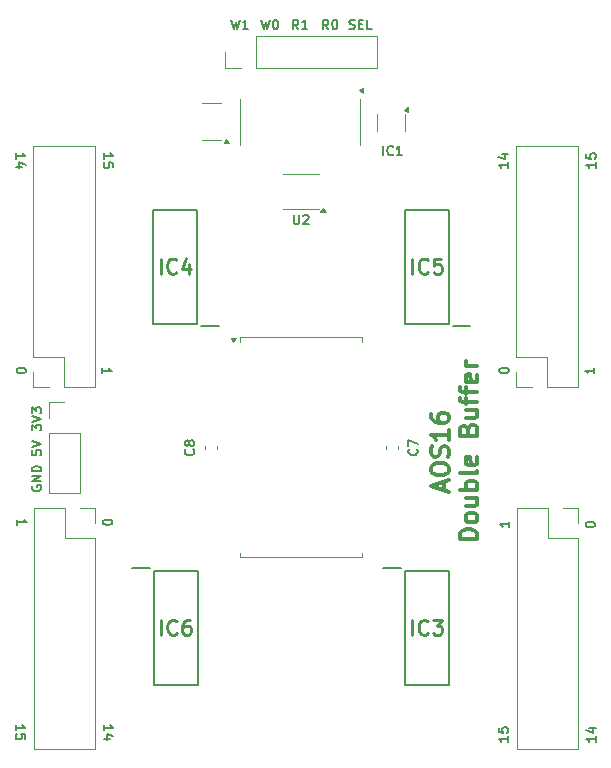
<source format=gto>
%TF.GenerationSoftware,KiCad,Pcbnew,8.0.7*%
%TF.CreationDate,2025-02-08T20:50:40+05:30*%
%TF.ProjectId,AOS16 Double Buffer,414f5331-3620-4446-9f75-626c65204275,rev?*%
%TF.SameCoordinates,Original*%
%TF.FileFunction,Legend,Top*%
%TF.FilePolarity,Positive*%
%FSLAX46Y46*%
G04 Gerber Fmt 4.6, Leading zero omitted, Abs format (unit mm)*
G04 Created by KiCad (PCBNEW 8.0.7) date 2025-02-08 20:50:40*
%MOMM*%
%LPD*%
G01*
G04 APERTURE LIST*
%ADD10C,0.300000*%
%ADD11C,0.200000*%
%ADD12C,0.254000*%
%ADD13C,0.120000*%
G04 APERTURE END LIST*
D10*
X69157341Y-62535713D02*
X69157341Y-61821428D01*
X69585912Y-62678570D02*
X68085912Y-62178570D01*
X68085912Y-62178570D02*
X69585912Y-61678570D01*
X68085912Y-60892856D02*
X68085912Y-60607142D01*
X68085912Y-60607142D02*
X68157341Y-60464285D01*
X68157341Y-60464285D02*
X68300198Y-60321428D01*
X68300198Y-60321428D02*
X68585912Y-60249999D01*
X68585912Y-60249999D02*
X69085912Y-60249999D01*
X69085912Y-60249999D02*
X69371626Y-60321428D01*
X69371626Y-60321428D02*
X69514484Y-60464285D01*
X69514484Y-60464285D02*
X69585912Y-60607142D01*
X69585912Y-60607142D02*
X69585912Y-60892856D01*
X69585912Y-60892856D02*
X69514484Y-61035714D01*
X69514484Y-61035714D02*
X69371626Y-61178571D01*
X69371626Y-61178571D02*
X69085912Y-61249999D01*
X69085912Y-61249999D02*
X68585912Y-61249999D01*
X68585912Y-61249999D02*
X68300198Y-61178571D01*
X68300198Y-61178571D02*
X68157341Y-61035714D01*
X68157341Y-61035714D02*
X68085912Y-60892856D01*
X69514484Y-59678570D02*
X69585912Y-59464285D01*
X69585912Y-59464285D02*
X69585912Y-59107142D01*
X69585912Y-59107142D02*
X69514484Y-58964285D01*
X69514484Y-58964285D02*
X69443055Y-58892856D01*
X69443055Y-58892856D02*
X69300198Y-58821427D01*
X69300198Y-58821427D02*
X69157341Y-58821427D01*
X69157341Y-58821427D02*
X69014484Y-58892856D01*
X69014484Y-58892856D02*
X68943055Y-58964285D01*
X68943055Y-58964285D02*
X68871626Y-59107142D01*
X68871626Y-59107142D02*
X68800198Y-59392856D01*
X68800198Y-59392856D02*
X68728769Y-59535713D01*
X68728769Y-59535713D02*
X68657341Y-59607142D01*
X68657341Y-59607142D02*
X68514484Y-59678570D01*
X68514484Y-59678570D02*
X68371626Y-59678570D01*
X68371626Y-59678570D02*
X68228769Y-59607142D01*
X68228769Y-59607142D02*
X68157341Y-59535713D01*
X68157341Y-59535713D02*
X68085912Y-59392856D01*
X68085912Y-59392856D02*
X68085912Y-59035713D01*
X68085912Y-59035713D02*
X68157341Y-58821427D01*
X69585912Y-57392856D02*
X69585912Y-58249999D01*
X69585912Y-57821428D02*
X68085912Y-57821428D01*
X68085912Y-57821428D02*
X68300198Y-57964285D01*
X68300198Y-57964285D02*
X68443055Y-58107142D01*
X68443055Y-58107142D02*
X68514484Y-58249999D01*
X68085912Y-56107143D02*
X68085912Y-56392857D01*
X68085912Y-56392857D02*
X68157341Y-56535714D01*
X68157341Y-56535714D02*
X68228769Y-56607143D01*
X68228769Y-56607143D02*
X68443055Y-56750000D01*
X68443055Y-56750000D02*
X68728769Y-56821428D01*
X68728769Y-56821428D02*
X69300198Y-56821428D01*
X69300198Y-56821428D02*
X69443055Y-56750000D01*
X69443055Y-56750000D02*
X69514484Y-56678571D01*
X69514484Y-56678571D02*
X69585912Y-56535714D01*
X69585912Y-56535714D02*
X69585912Y-56250000D01*
X69585912Y-56250000D02*
X69514484Y-56107143D01*
X69514484Y-56107143D02*
X69443055Y-56035714D01*
X69443055Y-56035714D02*
X69300198Y-55964285D01*
X69300198Y-55964285D02*
X68943055Y-55964285D01*
X68943055Y-55964285D02*
X68800198Y-56035714D01*
X68800198Y-56035714D02*
X68728769Y-56107143D01*
X68728769Y-56107143D02*
X68657341Y-56250000D01*
X68657341Y-56250000D02*
X68657341Y-56535714D01*
X68657341Y-56535714D02*
X68728769Y-56678571D01*
X68728769Y-56678571D02*
X68800198Y-56750000D01*
X68800198Y-56750000D02*
X68943055Y-56821428D01*
X72000828Y-66678571D02*
X70500828Y-66678571D01*
X70500828Y-66678571D02*
X70500828Y-66321428D01*
X70500828Y-66321428D02*
X70572257Y-66107142D01*
X70572257Y-66107142D02*
X70715114Y-65964285D01*
X70715114Y-65964285D02*
X70857971Y-65892856D01*
X70857971Y-65892856D02*
X71143685Y-65821428D01*
X71143685Y-65821428D02*
X71357971Y-65821428D01*
X71357971Y-65821428D02*
X71643685Y-65892856D01*
X71643685Y-65892856D02*
X71786542Y-65964285D01*
X71786542Y-65964285D02*
X71929400Y-66107142D01*
X71929400Y-66107142D02*
X72000828Y-66321428D01*
X72000828Y-66321428D02*
X72000828Y-66678571D01*
X72000828Y-64964285D02*
X71929400Y-65107142D01*
X71929400Y-65107142D02*
X71857971Y-65178571D01*
X71857971Y-65178571D02*
X71715114Y-65249999D01*
X71715114Y-65249999D02*
X71286542Y-65249999D01*
X71286542Y-65249999D02*
X71143685Y-65178571D01*
X71143685Y-65178571D02*
X71072257Y-65107142D01*
X71072257Y-65107142D02*
X71000828Y-64964285D01*
X71000828Y-64964285D02*
X71000828Y-64749999D01*
X71000828Y-64749999D02*
X71072257Y-64607142D01*
X71072257Y-64607142D02*
X71143685Y-64535714D01*
X71143685Y-64535714D02*
X71286542Y-64464285D01*
X71286542Y-64464285D02*
X71715114Y-64464285D01*
X71715114Y-64464285D02*
X71857971Y-64535714D01*
X71857971Y-64535714D02*
X71929400Y-64607142D01*
X71929400Y-64607142D02*
X72000828Y-64749999D01*
X72000828Y-64749999D02*
X72000828Y-64964285D01*
X71000828Y-63178571D02*
X72000828Y-63178571D01*
X71000828Y-63821428D02*
X71786542Y-63821428D01*
X71786542Y-63821428D02*
X71929400Y-63749999D01*
X71929400Y-63749999D02*
X72000828Y-63607142D01*
X72000828Y-63607142D02*
X72000828Y-63392856D01*
X72000828Y-63392856D02*
X71929400Y-63249999D01*
X71929400Y-63249999D02*
X71857971Y-63178571D01*
X72000828Y-62464285D02*
X70500828Y-62464285D01*
X71072257Y-62464285D02*
X71000828Y-62321428D01*
X71000828Y-62321428D02*
X71000828Y-62035713D01*
X71000828Y-62035713D02*
X71072257Y-61892856D01*
X71072257Y-61892856D02*
X71143685Y-61821428D01*
X71143685Y-61821428D02*
X71286542Y-61749999D01*
X71286542Y-61749999D02*
X71715114Y-61749999D01*
X71715114Y-61749999D02*
X71857971Y-61821428D01*
X71857971Y-61821428D02*
X71929400Y-61892856D01*
X71929400Y-61892856D02*
X72000828Y-62035713D01*
X72000828Y-62035713D02*
X72000828Y-62321428D01*
X72000828Y-62321428D02*
X71929400Y-62464285D01*
X72000828Y-60892856D02*
X71929400Y-61035713D01*
X71929400Y-61035713D02*
X71786542Y-61107142D01*
X71786542Y-61107142D02*
X70500828Y-61107142D01*
X71929400Y-59749999D02*
X72000828Y-59892856D01*
X72000828Y-59892856D02*
X72000828Y-60178571D01*
X72000828Y-60178571D02*
X71929400Y-60321428D01*
X71929400Y-60321428D02*
X71786542Y-60392856D01*
X71786542Y-60392856D02*
X71215114Y-60392856D01*
X71215114Y-60392856D02*
X71072257Y-60321428D01*
X71072257Y-60321428D02*
X71000828Y-60178571D01*
X71000828Y-60178571D02*
X71000828Y-59892856D01*
X71000828Y-59892856D02*
X71072257Y-59749999D01*
X71072257Y-59749999D02*
X71215114Y-59678571D01*
X71215114Y-59678571D02*
X71357971Y-59678571D01*
X71357971Y-59678571D02*
X71500828Y-60392856D01*
X71215114Y-57392857D02*
X71286542Y-57178571D01*
X71286542Y-57178571D02*
X71357971Y-57107142D01*
X71357971Y-57107142D02*
X71500828Y-57035714D01*
X71500828Y-57035714D02*
X71715114Y-57035714D01*
X71715114Y-57035714D02*
X71857971Y-57107142D01*
X71857971Y-57107142D02*
X71929400Y-57178571D01*
X71929400Y-57178571D02*
X72000828Y-57321428D01*
X72000828Y-57321428D02*
X72000828Y-57892857D01*
X72000828Y-57892857D02*
X70500828Y-57892857D01*
X70500828Y-57892857D02*
X70500828Y-57392857D01*
X70500828Y-57392857D02*
X70572257Y-57250000D01*
X70572257Y-57250000D02*
X70643685Y-57178571D01*
X70643685Y-57178571D02*
X70786542Y-57107142D01*
X70786542Y-57107142D02*
X70929400Y-57107142D01*
X70929400Y-57107142D02*
X71072257Y-57178571D01*
X71072257Y-57178571D02*
X71143685Y-57250000D01*
X71143685Y-57250000D02*
X71215114Y-57392857D01*
X71215114Y-57392857D02*
X71215114Y-57892857D01*
X71000828Y-55750000D02*
X72000828Y-55750000D01*
X71000828Y-56392857D02*
X71786542Y-56392857D01*
X71786542Y-56392857D02*
X71929400Y-56321428D01*
X71929400Y-56321428D02*
X72000828Y-56178571D01*
X72000828Y-56178571D02*
X72000828Y-55964285D01*
X72000828Y-55964285D02*
X71929400Y-55821428D01*
X71929400Y-55821428D02*
X71857971Y-55750000D01*
X71000828Y-55249999D02*
X71000828Y-54678571D01*
X72000828Y-55035714D02*
X70715114Y-55035714D01*
X70715114Y-55035714D02*
X70572257Y-54964285D01*
X70572257Y-54964285D02*
X70500828Y-54821428D01*
X70500828Y-54821428D02*
X70500828Y-54678571D01*
X71000828Y-54392856D02*
X71000828Y-53821428D01*
X72000828Y-54178571D02*
X70715114Y-54178571D01*
X70715114Y-54178571D02*
X70572257Y-54107142D01*
X70572257Y-54107142D02*
X70500828Y-53964285D01*
X70500828Y-53964285D02*
X70500828Y-53821428D01*
X71929400Y-52749999D02*
X72000828Y-52892856D01*
X72000828Y-52892856D02*
X72000828Y-53178571D01*
X72000828Y-53178571D02*
X71929400Y-53321428D01*
X71929400Y-53321428D02*
X71786542Y-53392856D01*
X71786542Y-53392856D02*
X71215114Y-53392856D01*
X71215114Y-53392856D02*
X71072257Y-53321428D01*
X71072257Y-53321428D02*
X71000828Y-53178571D01*
X71000828Y-53178571D02*
X71000828Y-52892856D01*
X71000828Y-52892856D02*
X71072257Y-52749999D01*
X71072257Y-52749999D02*
X71215114Y-52678571D01*
X71215114Y-52678571D02*
X71357971Y-52678571D01*
X71357971Y-52678571D02*
X71500828Y-53392856D01*
X72000828Y-52035714D02*
X71000828Y-52035714D01*
X71286542Y-52035714D02*
X71143685Y-51964285D01*
X71143685Y-51964285D02*
X71072257Y-51892857D01*
X71072257Y-51892857D02*
X71000828Y-51749999D01*
X71000828Y-51749999D02*
X71000828Y-51607142D01*
D11*
X61153243Y-23443600D02*
X61267529Y-23481695D01*
X61267529Y-23481695D02*
X61458005Y-23481695D01*
X61458005Y-23481695D02*
X61534196Y-23443600D01*
X61534196Y-23443600D02*
X61572291Y-23405504D01*
X61572291Y-23405504D02*
X61610386Y-23329314D01*
X61610386Y-23329314D02*
X61610386Y-23253123D01*
X61610386Y-23253123D02*
X61572291Y-23176933D01*
X61572291Y-23176933D02*
X61534196Y-23138838D01*
X61534196Y-23138838D02*
X61458005Y-23100742D01*
X61458005Y-23100742D02*
X61305624Y-23062647D01*
X61305624Y-23062647D02*
X61229434Y-23024552D01*
X61229434Y-23024552D02*
X61191339Y-22986457D01*
X61191339Y-22986457D02*
X61153243Y-22910266D01*
X61153243Y-22910266D02*
X61153243Y-22834076D01*
X61153243Y-22834076D02*
X61191339Y-22757885D01*
X61191339Y-22757885D02*
X61229434Y-22719790D01*
X61229434Y-22719790D02*
X61305624Y-22681695D01*
X61305624Y-22681695D02*
X61496101Y-22681695D01*
X61496101Y-22681695D02*
X61610386Y-22719790D01*
X61953244Y-23062647D02*
X62219910Y-23062647D01*
X62334196Y-23481695D02*
X61953244Y-23481695D01*
X61953244Y-23481695D02*
X61953244Y-22681695D01*
X61953244Y-22681695D02*
X62334196Y-22681695D01*
X63058006Y-23481695D02*
X62677054Y-23481695D01*
X62677054Y-23481695D02*
X62677054Y-22681695D01*
X59394197Y-23481695D02*
X59127530Y-23100742D01*
X58937054Y-23481695D02*
X58937054Y-22681695D01*
X58937054Y-22681695D02*
X59241816Y-22681695D01*
X59241816Y-22681695D02*
X59318006Y-22719790D01*
X59318006Y-22719790D02*
X59356101Y-22757885D01*
X59356101Y-22757885D02*
X59394197Y-22834076D01*
X59394197Y-22834076D02*
X59394197Y-22948361D01*
X59394197Y-22948361D02*
X59356101Y-23024552D01*
X59356101Y-23024552D02*
X59318006Y-23062647D01*
X59318006Y-23062647D02*
X59241816Y-23100742D01*
X59241816Y-23100742D02*
X58937054Y-23100742D01*
X59889435Y-22681695D02*
X59965625Y-22681695D01*
X59965625Y-22681695D02*
X60041816Y-22719790D01*
X60041816Y-22719790D02*
X60079911Y-22757885D01*
X60079911Y-22757885D02*
X60118006Y-22834076D01*
X60118006Y-22834076D02*
X60156101Y-22986457D01*
X60156101Y-22986457D02*
X60156101Y-23176933D01*
X60156101Y-23176933D02*
X60118006Y-23329314D01*
X60118006Y-23329314D02*
X60079911Y-23405504D01*
X60079911Y-23405504D02*
X60041816Y-23443600D01*
X60041816Y-23443600D02*
X59965625Y-23481695D01*
X59965625Y-23481695D02*
X59889435Y-23481695D01*
X59889435Y-23481695D02*
X59813244Y-23443600D01*
X59813244Y-23443600D02*
X59775149Y-23405504D01*
X59775149Y-23405504D02*
X59737054Y-23329314D01*
X59737054Y-23329314D02*
X59698958Y-23176933D01*
X59698958Y-23176933D02*
X59698958Y-22986457D01*
X59698958Y-22986457D02*
X59737054Y-22834076D01*
X59737054Y-22834076D02*
X59775149Y-22757885D01*
X59775149Y-22757885D02*
X59813244Y-22719790D01*
X59813244Y-22719790D02*
X59889435Y-22681695D01*
X56854197Y-23481695D02*
X56587530Y-23100742D01*
X56397054Y-23481695D02*
X56397054Y-22681695D01*
X56397054Y-22681695D02*
X56701816Y-22681695D01*
X56701816Y-22681695D02*
X56778006Y-22719790D01*
X56778006Y-22719790D02*
X56816101Y-22757885D01*
X56816101Y-22757885D02*
X56854197Y-22834076D01*
X56854197Y-22834076D02*
X56854197Y-22948361D01*
X56854197Y-22948361D02*
X56816101Y-23024552D01*
X56816101Y-23024552D02*
X56778006Y-23062647D01*
X56778006Y-23062647D02*
X56701816Y-23100742D01*
X56701816Y-23100742D02*
X56397054Y-23100742D01*
X57616101Y-23481695D02*
X57158958Y-23481695D01*
X57387530Y-23481695D02*
X57387530Y-22681695D01*
X57387530Y-22681695D02*
X57311339Y-22795980D01*
X57311339Y-22795980D02*
X57235149Y-22872171D01*
X57235149Y-22872171D02*
X57158958Y-22910266D01*
X53723720Y-22681695D02*
X53914196Y-23481695D01*
X53914196Y-23481695D02*
X54066577Y-22910266D01*
X54066577Y-22910266D02*
X54218958Y-23481695D01*
X54218958Y-23481695D02*
X54409435Y-22681695D01*
X54866578Y-22681695D02*
X54942768Y-22681695D01*
X54942768Y-22681695D02*
X55018959Y-22719790D01*
X55018959Y-22719790D02*
X55057054Y-22757885D01*
X55057054Y-22757885D02*
X55095149Y-22834076D01*
X55095149Y-22834076D02*
X55133244Y-22986457D01*
X55133244Y-22986457D02*
X55133244Y-23176933D01*
X55133244Y-23176933D02*
X55095149Y-23329314D01*
X55095149Y-23329314D02*
X55057054Y-23405504D01*
X55057054Y-23405504D02*
X55018959Y-23443600D01*
X55018959Y-23443600D02*
X54942768Y-23481695D01*
X54942768Y-23481695D02*
X54866578Y-23481695D01*
X54866578Y-23481695D02*
X54790387Y-23443600D01*
X54790387Y-23443600D02*
X54752292Y-23405504D01*
X54752292Y-23405504D02*
X54714197Y-23329314D01*
X54714197Y-23329314D02*
X54676101Y-23176933D01*
X54676101Y-23176933D02*
X54676101Y-22986457D01*
X54676101Y-22986457D02*
X54714197Y-22834076D01*
X54714197Y-22834076D02*
X54752292Y-22757885D01*
X54752292Y-22757885D02*
X54790387Y-22719790D01*
X54790387Y-22719790D02*
X54866578Y-22681695D01*
X51183720Y-22681695D02*
X51374196Y-23481695D01*
X51374196Y-23481695D02*
X51526577Y-22910266D01*
X51526577Y-22910266D02*
X51678958Y-23481695D01*
X51678958Y-23481695D02*
X51869435Y-22681695D01*
X52593244Y-23481695D02*
X52136101Y-23481695D01*
X52364673Y-23481695D02*
X52364673Y-22681695D01*
X52364673Y-22681695D02*
X52288482Y-22795980D01*
X52288482Y-22795980D02*
X52212292Y-22872171D01*
X52212292Y-22872171D02*
X52136101Y-22910266D01*
X34324790Y-62157946D02*
X34286695Y-62234136D01*
X34286695Y-62234136D02*
X34286695Y-62348422D01*
X34286695Y-62348422D02*
X34324790Y-62462708D01*
X34324790Y-62462708D02*
X34400980Y-62538898D01*
X34400980Y-62538898D02*
X34477171Y-62576993D01*
X34477171Y-62576993D02*
X34629552Y-62615089D01*
X34629552Y-62615089D02*
X34743838Y-62615089D01*
X34743838Y-62615089D02*
X34896219Y-62576993D01*
X34896219Y-62576993D02*
X34972409Y-62538898D01*
X34972409Y-62538898D02*
X35048600Y-62462708D01*
X35048600Y-62462708D02*
X35086695Y-62348422D01*
X35086695Y-62348422D02*
X35086695Y-62272231D01*
X35086695Y-62272231D02*
X35048600Y-62157946D01*
X35048600Y-62157946D02*
X35010504Y-62119850D01*
X35010504Y-62119850D02*
X34743838Y-62119850D01*
X34743838Y-62119850D02*
X34743838Y-62272231D01*
X35086695Y-61776993D02*
X34286695Y-61776993D01*
X34286695Y-61776993D02*
X35086695Y-61319850D01*
X35086695Y-61319850D02*
X34286695Y-61319850D01*
X35086695Y-60938898D02*
X34286695Y-60938898D01*
X34286695Y-60938898D02*
X34286695Y-60748422D01*
X34286695Y-60748422D02*
X34324790Y-60634136D01*
X34324790Y-60634136D02*
X34400980Y-60557946D01*
X34400980Y-60557946D02*
X34477171Y-60519851D01*
X34477171Y-60519851D02*
X34629552Y-60481755D01*
X34629552Y-60481755D02*
X34743838Y-60481755D01*
X34743838Y-60481755D02*
X34896219Y-60519851D01*
X34896219Y-60519851D02*
X34972409Y-60557946D01*
X34972409Y-60557946D02*
X35048600Y-60634136D01*
X35048600Y-60634136D02*
X35086695Y-60748422D01*
X35086695Y-60748422D02*
X35086695Y-60938898D01*
X34286695Y-59160803D02*
X34286695Y-59541755D01*
X34286695Y-59541755D02*
X34667647Y-59579851D01*
X34667647Y-59579851D02*
X34629552Y-59541755D01*
X34629552Y-59541755D02*
X34591457Y-59465565D01*
X34591457Y-59465565D02*
X34591457Y-59275089D01*
X34591457Y-59275089D02*
X34629552Y-59198898D01*
X34629552Y-59198898D02*
X34667647Y-59160803D01*
X34667647Y-59160803D02*
X34743838Y-59122708D01*
X34743838Y-59122708D02*
X34934314Y-59122708D01*
X34934314Y-59122708D02*
X35010504Y-59160803D01*
X35010504Y-59160803D02*
X35048600Y-59198898D01*
X35048600Y-59198898D02*
X35086695Y-59275089D01*
X35086695Y-59275089D02*
X35086695Y-59465565D01*
X35086695Y-59465565D02*
X35048600Y-59541755D01*
X35048600Y-59541755D02*
X35010504Y-59579851D01*
X34286695Y-58894136D02*
X35086695Y-58627469D01*
X35086695Y-58627469D02*
X34286695Y-58360803D01*
X34286695Y-57458898D02*
X34286695Y-56963660D01*
X34286695Y-56963660D02*
X34591457Y-57230326D01*
X34591457Y-57230326D02*
X34591457Y-57116041D01*
X34591457Y-57116041D02*
X34629552Y-57039850D01*
X34629552Y-57039850D02*
X34667647Y-57001755D01*
X34667647Y-57001755D02*
X34743838Y-56963660D01*
X34743838Y-56963660D02*
X34934314Y-56963660D01*
X34934314Y-56963660D02*
X35010504Y-57001755D01*
X35010504Y-57001755D02*
X35048600Y-57039850D01*
X35048600Y-57039850D02*
X35086695Y-57116041D01*
X35086695Y-57116041D02*
X35086695Y-57344612D01*
X35086695Y-57344612D02*
X35048600Y-57420803D01*
X35048600Y-57420803D02*
X35010504Y-57458898D01*
X34286695Y-56735088D02*
X35086695Y-56468421D01*
X35086695Y-56468421D02*
X34286695Y-56201755D01*
X34286695Y-56011279D02*
X34286695Y-55516041D01*
X34286695Y-55516041D02*
X34591457Y-55782707D01*
X34591457Y-55782707D02*
X34591457Y-55668422D01*
X34591457Y-55668422D02*
X34629552Y-55592231D01*
X34629552Y-55592231D02*
X34667647Y-55554136D01*
X34667647Y-55554136D02*
X34743838Y-55516041D01*
X34743838Y-55516041D02*
X34934314Y-55516041D01*
X34934314Y-55516041D02*
X35010504Y-55554136D01*
X35010504Y-55554136D02*
X35048600Y-55592231D01*
X35048600Y-55592231D02*
X35086695Y-55668422D01*
X35086695Y-55668422D02*
X35086695Y-55896993D01*
X35086695Y-55896993D02*
X35048600Y-55973184D01*
X35048600Y-55973184D02*
X35010504Y-56011279D01*
X73861695Y-52434673D02*
X73861695Y-52358483D01*
X73861695Y-52358483D02*
X73899790Y-52282292D01*
X73899790Y-52282292D02*
X73937885Y-52244197D01*
X73937885Y-52244197D02*
X74014076Y-52206102D01*
X74014076Y-52206102D02*
X74166457Y-52168007D01*
X74166457Y-52168007D02*
X74356933Y-52168007D01*
X74356933Y-52168007D02*
X74509314Y-52206102D01*
X74509314Y-52206102D02*
X74585504Y-52244197D01*
X74585504Y-52244197D02*
X74623600Y-52282292D01*
X74623600Y-52282292D02*
X74661695Y-52358483D01*
X74661695Y-52358483D02*
X74661695Y-52434673D01*
X74661695Y-52434673D02*
X74623600Y-52510864D01*
X74623600Y-52510864D02*
X74585504Y-52548959D01*
X74585504Y-52548959D02*
X74509314Y-52587054D01*
X74509314Y-52587054D02*
X74356933Y-52625150D01*
X74356933Y-52625150D02*
X74166457Y-52625150D01*
X74166457Y-52625150D02*
X74014076Y-52587054D01*
X74014076Y-52587054D02*
X73937885Y-52548959D01*
X73937885Y-52548959D02*
X73899790Y-52510864D01*
X73899790Y-52510864D02*
X73861695Y-52434673D01*
X81911695Y-52168007D02*
X81911695Y-52625150D01*
X81911695Y-52396578D02*
X81111695Y-52396578D01*
X81111695Y-52396578D02*
X81225980Y-52472769D01*
X81225980Y-52472769D02*
X81302171Y-52548959D01*
X81302171Y-52548959D02*
X81340266Y-52625150D01*
X74596695Y-34768959D02*
X74596695Y-35226102D01*
X74596695Y-34997530D02*
X73796695Y-34997530D01*
X73796695Y-34997530D02*
X73910980Y-35073721D01*
X73910980Y-35073721D02*
X73987171Y-35149911D01*
X73987171Y-35149911D02*
X74025266Y-35226102D01*
X74063361Y-34083244D02*
X74596695Y-34083244D01*
X73758600Y-34273720D02*
X74330028Y-34464197D01*
X74330028Y-34464197D02*
X74330028Y-33968958D01*
X82026695Y-34768959D02*
X82026695Y-35226102D01*
X82026695Y-34997530D02*
X81226695Y-34997530D01*
X81226695Y-34997530D02*
X81340980Y-35073721D01*
X81340980Y-35073721D02*
X81417171Y-35149911D01*
X81417171Y-35149911D02*
X81455266Y-35226102D01*
X81226695Y-34045149D02*
X81226695Y-34426101D01*
X81226695Y-34426101D02*
X81607647Y-34464197D01*
X81607647Y-34464197D02*
X81569552Y-34426101D01*
X81569552Y-34426101D02*
X81531457Y-34349911D01*
X81531457Y-34349911D02*
X81531457Y-34159435D01*
X81531457Y-34159435D02*
X81569552Y-34083244D01*
X81569552Y-34083244D02*
X81607647Y-34045149D01*
X81607647Y-34045149D02*
X81683838Y-34007054D01*
X81683838Y-34007054D02*
X81874314Y-34007054D01*
X81874314Y-34007054D02*
X81950504Y-34045149D01*
X81950504Y-34045149D02*
X81988600Y-34083244D01*
X81988600Y-34083244D02*
X82026695Y-34159435D01*
X82026695Y-34159435D02*
X82026695Y-34349911D01*
X82026695Y-34349911D02*
X81988600Y-34426101D01*
X81988600Y-34426101D02*
X81950504Y-34464197D01*
X81161695Y-65451517D02*
X81161695Y-65375327D01*
X81161695Y-65375327D02*
X81199790Y-65299136D01*
X81199790Y-65299136D02*
X81237885Y-65261041D01*
X81237885Y-65261041D02*
X81314076Y-65222946D01*
X81314076Y-65222946D02*
X81466457Y-65184851D01*
X81466457Y-65184851D02*
X81656933Y-65184851D01*
X81656933Y-65184851D02*
X81809314Y-65222946D01*
X81809314Y-65222946D02*
X81885504Y-65261041D01*
X81885504Y-65261041D02*
X81923600Y-65299136D01*
X81923600Y-65299136D02*
X81961695Y-65375327D01*
X81961695Y-65375327D02*
X81961695Y-65451517D01*
X81961695Y-65451517D02*
X81923600Y-65527708D01*
X81923600Y-65527708D02*
X81885504Y-65565803D01*
X81885504Y-65565803D02*
X81809314Y-65603898D01*
X81809314Y-65603898D02*
X81656933Y-65641994D01*
X81656933Y-65641994D02*
X81466457Y-65641994D01*
X81466457Y-65641994D02*
X81314076Y-65603898D01*
X81314076Y-65603898D02*
X81237885Y-65565803D01*
X81237885Y-65565803D02*
X81199790Y-65527708D01*
X81199790Y-65527708D02*
X81161695Y-65451517D01*
X74711695Y-65184851D02*
X74711695Y-65641994D01*
X74711695Y-65413422D02*
X73911695Y-65413422D01*
X73911695Y-65413422D02*
X74025980Y-65489613D01*
X74025980Y-65489613D02*
X74102171Y-65565803D01*
X74102171Y-65565803D02*
X74140266Y-65641994D01*
X82026695Y-83345803D02*
X82026695Y-83802946D01*
X82026695Y-83574374D02*
X81226695Y-83574374D01*
X81226695Y-83574374D02*
X81340980Y-83650565D01*
X81340980Y-83650565D02*
X81417171Y-83726755D01*
X81417171Y-83726755D02*
X81455266Y-83802946D01*
X81493361Y-82660088D02*
X82026695Y-82660088D01*
X81188600Y-82850564D02*
X81760028Y-83041041D01*
X81760028Y-83041041D02*
X81760028Y-82545802D01*
X74596695Y-83345803D02*
X74596695Y-83802946D01*
X74596695Y-83574374D02*
X73796695Y-83574374D01*
X73796695Y-83574374D02*
X73910980Y-83650565D01*
X73910980Y-83650565D02*
X73987171Y-83726755D01*
X73987171Y-83726755D02*
X74025266Y-83802946D01*
X73796695Y-82621993D02*
X73796695Y-83002945D01*
X73796695Y-83002945D02*
X74177647Y-83041041D01*
X74177647Y-83041041D02*
X74139552Y-83002945D01*
X74139552Y-83002945D02*
X74101457Y-82926755D01*
X74101457Y-82926755D02*
X74101457Y-82736279D01*
X74101457Y-82736279D02*
X74139552Y-82660088D01*
X74139552Y-82660088D02*
X74177647Y-82621993D01*
X74177647Y-82621993D02*
X74253838Y-82583898D01*
X74253838Y-82583898D02*
X74444314Y-82583898D01*
X74444314Y-82583898D02*
X74520504Y-82621993D01*
X74520504Y-82621993D02*
X74558600Y-82660088D01*
X74558600Y-82660088D02*
X74596695Y-82736279D01*
X74596695Y-82736279D02*
X74596695Y-82926755D01*
X74596695Y-82926755D02*
X74558600Y-83002945D01*
X74558600Y-83002945D02*
X74520504Y-83041041D01*
X41083304Y-65198483D02*
X41083304Y-65274673D01*
X41083304Y-65274673D02*
X41045209Y-65350864D01*
X41045209Y-65350864D02*
X41007114Y-65388959D01*
X41007114Y-65388959D02*
X40930923Y-65427054D01*
X40930923Y-65427054D02*
X40778542Y-65465149D01*
X40778542Y-65465149D02*
X40588066Y-65465149D01*
X40588066Y-65465149D02*
X40435685Y-65427054D01*
X40435685Y-65427054D02*
X40359495Y-65388959D01*
X40359495Y-65388959D02*
X40321400Y-65350864D01*
X40321400Y-65350864D02*
X40283304Y-65274673D01*
X40283304Y-65274673D02*
X40283304Y-65198483D01*
X40283304Y-65198483D02*
X40321400Y-65122292D01*
X40321400Y-65122292D02*
X40359495Y-65084197D01*
X40359495Y-65084197D02*
X40435685Y-65046102D01*
X40435685Y-65046102D02*
X40588066Y-65008006D01*
X40588066Y-65008006D02*
X40778542Y-65008006D01*
X40778542Y-65008006D02*
X40930923Y-65046102D01*
X40930923Y-65046102D02*
X41007114Y-65084197D01*
X41007114Y-65084197D02*
X41045209Y-65122292D01*
X41045209Y-65122292D02*
X41083304Y-65198483D01*
X33033304Y-65465149D02*
X33033304Y-65008006D01*
X33033304Y-65236578D02*
X33833304Y-65236578D01*
X33833304Y-65236578D02*
X33719019Y-65160387D01*
X33719019Y-65160387D02*
X33642828Y-65084197D01*
X33642828Y-65084197D02*
X33604733Y-65008006D01*
X40348304Y-82864196D02*
X40348304Y-82407053D01*
X40348304Y-82635625D02*
X41148304Y-82635625D01*
X41148304Y-82635625D02*
X41034019Y-82559434D01*
X41034019Y-82559434D02*
X40957828Y-82483244D01*
X40957828Y-82483244D02*
X40919733Y-82407053D01*
X40881638Y-83549911D02*
X40348304Y-83549911D01*
X41186400Y-83359435D02*
X40614971Y-83168958D01*
X40614971Y-83168958D02*
X40614971Y-83664197D01*
X32918304Y-82864196D02*
X32918304Y-82407053D01*
X32918304Y-82635625D02*
X33718304Y-82635625D01*
X33718304Y-82635625D02*
X33604019Y-82559434D01*
X33604019Y-82559434D02*
X33527828Y-82483244D01*
X33527828Y-82483244D02*
X33489733Y-82407053D01*
X33718304Y-83588006D02*
X33718304Y-83207054D01*
X33718304Y-83207054D02*
X33337352Y-83168958D01*
X33337352Y-83168958D02*
X33375447Y-83207054D01*
X33375447Y-83207054D02*
X33413542Y-83283244D01*
X33413542Y-83283244D02*
X33413542Y-83473720D01*
X33413542Y-83473720D02*
X33375447Y-83549911D01*
X33375447Y-83549911D02*
X33337352Y-83588006D01*
X33337352Y-83588006D02*
X33261161Y-83626101D01*
X33261161Y-83626101D02*
X33070685Y-83626101D01*
X33070685Y-83626101D02*
X32994495Y-83588006D01*
X32994495Y-83588006D02*
X32956400Y-83549911D01*
X32956400Y-83549911D02*
X32918304Y-83473720D01*
X32918304Y-83473720D02*
X32918304Y-83283244D01*
X32918304Y-83283244D02*
X32956400Y-83207054D01*
X32956400Y-83207054D02*
X32994495Y-83168958D01*
X33788304Y-52358483D02*
X33788304Y-52434673D01*
X33788304Y-52434673D02*
X33750209Y-52510864D01*
X33750209Y-52510864D02*
X33712114Y-52548959D01*
X33712114Y-52548959D02*
X33635923Y-52587054D01*
X33635923Y-52587054D02*
X33483542Y-52625149D01*
X33483542Y-52625149D02*
X33293066Y-52625149D01*
X33293066Y-52625149D02*
X33140685Y-52587054D01*
X33140685Y-52587054D02*
X33064495Y-52548959D01*
X33064495Y-52548959D02*
X33026400Y-52510864D01*
X33026400Y-52510864D02*
X32988304Y-52434673D01*
X32988304Y-52434673D02*
X32988304Y-52358483D01*
X32988304Y-52358483D02*
X33026400Y-52282292D01*
X33026400Y-52282292D02*
X33064495Y-52244197D01*
X33064495Y-52244197D02*
X33140685Y-52206102D01*
X33140685Y-52206102D02*
X33293066Y-52168006D01*
X33293066Y-52168006D02*
X33483542Y-52168006D01*
X33483542Y-52168006D02*
X33635923Y-52206102D01*
X33635923Y-52206102D02*
X33712114Y-52244197D01*
X33712114Y-52244197D02*
X33750209Y-52282292D01*
X33750209Y-52282292D02*
X33788304Y-52358483D01*
X40238304Y-52625149D02*
X40238304Y-52168006D01*
X40238304Y-52396578D02*
X41038304Y-52396578D01*
X41038304Y-52396578D02*
X40924019Y-52320387D01*
X40924019Y-52320387D02*
X40847828Y-52244197D01*
X40847828Y-52244197D02*
X40809733Y-52168006D01*
X40353304Y-34464196D02*
X40353304Y-34007053D01*
X40353304Y-34235625D02*
X41153304Y-34235625D01*
X41153304Y-34235625D02*
X41039019Y-34159434D01*
X41039019Y-34159434D02*
X40962828Y-34083244D01*
X40962828Y-34083244D02*
X40924733Y-34007053D01*
X41153304Y-35188006D02*
X41153304Y-34807054D01*
X41153304Y-34807054D02*
X40772352Y-34768958D01*
X40772352Y-34768958D02*
X40810447Y-34807054D01*
X40810447Y-34807054D02*
X40848542Y-34883244D01*
X40848542Y-34883244D02*
X40848542Y-35073720D01*
X40848542Y-35073720D02*
X40810447Y-35149911D01*
X40810447Y-35149911D02*
X40772352Y-35188006D01*
X40772352Y-35188006D02*
X40696161Y-35226101D01*
X40696161Y-35226101D02*
X40505685Y-35226101D01*
X40505685Y-35226101D02*
X40429495Y-35188006D01*
X40429495Y-35188006D02*
X40391400Y-35149911D01*
X40391400Y-35149911D02*
X40353304Y-35073720D01*
X40353304Y-35073720D02*
X40353304Y-34883244D01*
X40353304Y-34883244D02*
X40391400Y-34807054D01*
X40391400Y-34807054D02*
X40429495Y-34768958D01*
X32923304Y-34464196D02*
X32923304Y-34007053D01*
X32923304Y-34235625D02*
X33723304Y-34235625D01*
X33723304Y-34235625D02*
X33609019Y-34159434D01*
X33609019Y-34159434D02*
X33532828Y-34083244D01*
X33532828Y-34083244D02*
X33494733Y-34007053D01*
X33456638Y-35149911D02*
X32923304Y-35149911D01*
X33761400Y-34959435D02*
X33189971Y-34768958D01*
X33189971Y-34768958D02*
X33189971Y-35264197D01*
X56457476Y-39199695D02*
X56457476Y-39847314D01*
X56457476Y-39847314D02*
X56495571Y-39923504D01*
X56495571Y-39923504D02*
X56533666Y-39961600D01*
X56533666Y-39961600D02*
X56609857Y-39999695D01*
X56609857Y-39999695D02*
X56762238Y-39999695D01*
X56762238Y-39999695D02*
X56838428Y-39961600D01*
X56838428Y-39961600D02*
X56876523Y-39923504D01*
X56876523Y-39923504D02*
X56914619Y-39847314D01*
X56914619Y-39847314D02*
X56914619Y-39199695D01*
X57257475Y-39275885D02*
X57295571Y-39237790D01*
X57295571Y-39237790D02*
X57371761Y-39199695D01*
X57371761Y-39199695D02*
X57562237Y-39199695D01*
X57562237Y-39199695D02*
X57638428Y-39237790D01*
X57638428Y-39237790D02*
X57676523Y-39275885D01*
X57676523Y-39275885D02*
X57714618Y-39352076D01*
X57714618Y-39352076D02*
X57714618Y-39428266D01*
X57714618Y-39428266D02*
X57676523Y-39542552D01*
X57676523Y-39542552D02*
X57219380Y-39999695D01*
X57219380Y-39999695D02*
X57714618Y-39999695D01*
X64019048Y-34164695D02*
X64019048Y-33364695D01*
X64857143Y-34088504D02*
X64819047Y-34126600D01*
X64819047Y-34126600D02*
X64704762Y-34164695D01*
X64704762Y-34164695D02*
X64628571Y-34164695D01*
X64628571Y-34164695D02*
X64514285Y-34126600D01*
X64514285Y-34126600D02*
X64438095Y-34050409D01*
X64438095Y-34050409D02*
X64400000Y-33974219D01*
X64400000Y-33974219D02*
X64361904Y-33821838D01*
X64361904Y-33821838D02*
X64361904Y-33707552D01*
X64361904Y-33707552D02*
X64400000Y-33555171D01*
X64400000Y-33555171D02*
X64438095Y-33478980D01*
X64438095Y-33478980D02*
X64514285Y-33402790D01*
X64514285Y-33402790D02*
X64628571Y-33364695D01*
X64628571Y-33364695D02*
X64704762Y-33364695D01*
X64704762Y-33364695D02*
X64819047Y-33402790D01*
X64819047Y-33402790D02*
X64857143Y-33440885D01*
X65619047Y-34164695D02*
X65161904Y-34164695D01*
X65390476Y-34164695D02*
X65390476Y-33364695D01*
X65390476Y-33364695D02*
X65314285Y-33478980D01*
X65314285Y-33478980D02*
X65238095Y-33555171D01*
X65238095Y-33555171D02*
X65161904Y-33593266D01*
X66878504Y-59043332D02*
X66916600Y-59081428D01*
X66916600Y-59081428D02*
X66954695Y-59195713D01*
X66954695Y-59195713D02*
X66954695Y-59271904D01*
X66954695Y-59271904D02*
X66916600Y-59386190D01*
X66916600Y-59386190D02*
X66840409Y-59462380D01*
X66840409Y-59462380D02*
X66764219Y-59500475D01*
X66764219Y-59500475D02*
X66611838Y-59538571D01*
X66611838Y-59538571D02*
X66497552Y-59538571D01*
X66497552Y-59538571D02*
X66345171Y-59500475D01*
X66345171Y-59500475D02*
X66268980Y-59462380D01*
X66268980Y-59462380D02*
X66192790Y-59386190D01*
X66192790Y-59386190D02*
X66154695Y-59271904D01*
X66154695Y-59271904D02*
X66154695Y-59195713D01*
X66154695Y-59195713D02*
X66192790Y-59081428D01*
X66192790Y-59081428D02*
X66230885Y-59043332D01*
X66154695Y-58776666D02*
X66154695Y-58243332D01*
X66154695Y-58243332D02*
X66954695Y-58586190D01*
D12*
X66477237Y-44184318D02*
X66477237Y-42914318D01*
X67807714Y-44063365D02*
X67747238Y-44123842D01*
X67747238Y-44123842D02*
X67565809Y-44184318D01*
X67565809Y-44184318D02*
X67444857Y-44184318D01*
X67444857Y-44184318D02*
X67263428Y-44123842D01*
X67263428Y-44123842D02*
X67142476Y-44002889D01*
X67142476Y-44002889D02*
X67081999Y-43881937D01*
X67081999Y-43881937D02*
X67021523Y-43640032D01*
X67021523Y-43640032D02*
X67021523Y-43458603D01*
X67021523Y-43458603D02*
X67081999Y-43216699D01*
X67081999Y-43216699D02*
X67142476Y-43095746D01*
X67142476Y-43095746D02*
X67263428Y-42974794D01*
X67263428Y-42974794D02*
X67444857Y-42914318D01*
X67444857Y-42914318D02*
X67565809Y-42914318D01*
X67565809Y-42914318D02*
X67747238Y-42974794D01*
X67747238Y-42974794D02*
X67807714Y-43035270D01*
X68956761Y-42914318D02*
X68351999Y-42914318D01*
X68351999Y-42914318D02*
X68291523Y-43519080D01*
X68291523Y-43519080D02*
X68351999Y-43458603D01*
X68351999Y-43458603D02*
X68472952Y-43398127D01*
X68472952Y-43398127D02*
X68775333Y-43398127D01*
X68775333Y-43398127D02*
X68896285Y-43458603D01*
X68896285Y-43458603D02*
X68956761Y-43519080D01*
X68956761Y-43519080D02*
X69017238Y-43640032D01*
X69017238Y-43640032D02*
X69017238Y-43942413D01*
X69017238Y-43942413D02*
X68956761Y-44063365D01*
X68956761Y-44063365D02*
X68896285Y-44123842D01*
X68896285Y-44123842D02*
X68775333Y-44184318D01*
X68775333Y-44184318D02*
X68472952Y-44184318D01*
X68472952Y-44184318D02*
X68351999Y-44123842D01*
X68351999Y-44123842D02*
X68291523Y-44063365D01*
D11*
X47963504Y-59073332D02*
X48001600Y-59111428D01*
X48001600Y-59111428D02*
X48039695Y-59225713D01*
X48039695Y-59225713D02*
X48039695Y-59301904D01*
X48039695Y-59301904D02*
X48001600Y-59416190D01*
X48001600Y-59416190D02*
X47925409Y-59492380D01*
X47925409Y-59492380D02*
X47849219Y-59530475D01*
X47849219Y-59530475D02*
X47696838Y-59568571D01*
X47696838Y-59568571D02*
X47582552Y-59568571D01*
X47582552Y-59568571D02*
X47430171Y-59530475D01*
X47430171Y-59530475D02*
X47353980Y-59492380D01*
X47353980Y-59492380D02*
X47277790Y-59416190D01*
X47277790Y-59416190D02*
X47239695Y-59301904D01*
X47239695Y-59301904D02*
X47239695Y-59225713D01*
X47239695Y-59225713D02*
X47277790Y-59111428D01*
X47277790Y-59111428D02*
X47315885Y-59073332D01*
X47582552Y-58616190D02*
X47544457Y-58692380D01*
X47544457Y-58692380D02*
X47506361Y-58730475D01*
X47506361Y-58730475D02*
X47430171Y-58768571D01*
X47430171Y-58768571D02*
X47392076Y-58768571D01*
X47392076Y-58768571D02*
X47315885Y-58730475D01*
X47315885Y-58730475D02*
X47277790Y-58692380D01*
X47277790Y-58692380D02*
X47239695Y-58616190D01*
X47239695Y-58616190D02*
X47239695Y-58463809D01*
X47239695Y-58463809D02*
X47277790Y-58387618D01*
X47277790Y-58387618D02*
X47315885Y-58349523D01*
X47315885Y-58349523D02*
X47392076Y-58311428D01*
X47392076Y-58311428D02*
X47430171Y-58311428D01*
X47430171Y-58311428D02*
X47506361Y-58349523D01*
X47506361Y-58349523D02*
X47544457Y-58387618D01*
X47544457Y-58387618D02*
X47582552Y-58463809D01*
X47582552Y-58463809D02*
X47582552Y-58616190D01*
X47582552Y-58616190D02*
X47620647Y-58692380D01*
X47620647Y-58692380D02*
X47658742Y-58730475D01*
X47658742Y-58730475D02*
X47734933Y-58768571D01*
X47734933Y-58768571D02*
X47887314Y-58768571D01*
X47887314Y-58768571D02*
X47963504Y-58730475D01*
X47963504Y-58730475D02*
X48001600Y-58692380D01*
X48001600Y-58692380D02*
X48039695Y-58616190D01*
X48039695Y-58616190D02*
X48039695Y-58463809D01*
X48039695Y-58463809D02*
X48001600Y-58387618D01*
X48001600Y-58387618D02*
X47963504Y-58349523D01*
X47963504Y-58349523D02*
X47887314Y-58311428D01*
X47887314Y-58311428D02*
X47734933Y-58311428D01*
X47734933Y-58311428D02*
X47658742Y-58349523D01*
X47658742Y-58349523D02*
X47620647Y-58387618D01*
X47620647Y-58387618D02*
X47582552Y-58463809D01*
D12*
X45218237Y-74774318D02*
X45218237Y-73504318D01*
X46548714Y-74653365D02*
X46488238Y-74713842D01*
X46488238Y-74713842D02*
X46306809Y-74774318D01*
X46306809Y-74774318D02*
X46185857Y-74774318D01*
X46185857Y-74774318D02*
X46004428Y-74713842D01*
X46004428Y-74713842D02*
X45883476Y-74592889D01*
X45883476Y-74592889D02*
X45822999Y-74471937D01*
X45822999Y-74471937D02*
X45762523Y-74230032D01*
X45762523Y-74230032D02*
X45762523Y-74048603D01*
X45762523Y-74048603D02*
X45822999Y-73806699D01*
X45822999Y-73806699D02*
X45883476Y-73685746D01*
X45883476Y-73685746D02*
X46004428Y-73564794D01*
X46004428Y-73564794D02*
X46185857Y-73504318D01*
X46185857Y-73504318D02*
X46306809Y-73504318D01*
X46306809Y-73504318D02*
X46488238Y-73564794D01*
X46488238Y-73564794D02*
X46548714Y-73625270D01*
X47637285Y-73504318D02*
X47395380Y-73504318D01*
X47395380Y-73504318D02*
X47274428Y-73564794D01*
X47274428Y-73564794D02*
X47213952Y-73625270D01*
X47213952Y-73625270D02*
X47092999Y-73806699D01*
X47092999Y-73806699D02*
X47032523Y-74048603D01*
X47032523Y-74048603D02*
X47032523Y-74532413D01*
X47032523Y-74532413D02*
X47092999Y-74653365D01*
X47092999Y-74653365D02*
X47153476Y-74713842D01*
X47153476Y-74713842D02*
X47274428Y-74774318D01*
X47274428Y-74774318D02*
X47516333Y-74774318D01*
X47516333Y-74774318D02*
X47637285Y-74713842D01*
X47637285Y-74713842D02*
X47697761Y-74653365D01*
X47697761Y-74653365D02*
X47758238Y-74532413D01*
X47758238Y-74532413D02*
X47758238Y-74230032D01*
X47758238Y-74230032D02*
X47697761Y-74109080D01*
X47697761Y-74109080D02*
X47637285Y-74048603D01*
X47637285Y-74048603D02*
X47516333Y-73988127D01*
X47516333Y-73988127D02*
X47274428Y-73988127D01*
X47274428Y-73988127D02*
X47153476Y-74048603D01*
X47153476Y-74048603D02*
X47092999Y-74109080D01*
X47092999Y-74109080D02*
X47032523Y-74230032D01*
X45177237Y-44184318D02*
X45177237Y-42914318D01*
X46507714Y-44063365D02*
X46447238Y-44123842D01*
X46447238Y-44123842D02*
X46265809Y-44184318D01*
X46265809Y-44184318D02*
X46144857Y-44184318D01*
X46144857Y-44184318D02*
X45963428Y-44123842D01*
X45963428Y-44123842D02*
X45842476Y-44002889D01*
X45842476Y-44002889D02*
X45781999Y-43881937D01*
X45781999Y-43881937D02*
X45721523Y-43640032D01*
X45721523Y-43640032D02*
X45721523Y-43458603D01*
X45721523Y-43458603D02*
X45781999Y-43216699D01*
X45781999Y-43216699D02*
X45842476Y-43095746D01*
X45842476Y-43095746D02*
X45963428Y-42974794D01*
X45963428Y-42974794D02*
X46144857Y-42914318D01*
X46144857Y-42914318D02*
X46265809Y-42914318D01*
X46265809Y-42914318D02*
X46447238Y-42974794D01*
X46447238Y-42974794D02*
X46507714Y-43035270D01*
X47596285Y-43337651D02*
X47596285Y-44184318D01*
X47293904Y-42853842D02*
X46991523Y-43760984D01*
X46991523Y-43760984D02*
X47777714Y-43760984D01*
X66477237Y-74774318D02*
X66477237Y-73504318D01*
X67807714Y-74653365D02*
X67747238Y-74713842D01*
X67747238Y-74713842D02*
X67565809Y-74774318D01*
X67565809Y-74774318D02*
X67444857Y-74774318D01*
X67444857Y-74774318D02*
X67263428Y-74713842D01*
X67263428Y-74713842D02*
X67142476Y-74592889D01*
X67142476Y-74592889D02*
X67081999Y-74471937D01*
X67081999Y-74471937D02*
X67021523Y-74230032D01*
X67021523Y-74230032D02*
X67021523Y-74048603D01*
X67021523Y-74048603D02*
X67081999Y-73806699D01*
X67081999Y-73806699D02*
X67142476Y-73685746D01*
X67142476Y-73685746D02*
X67263428Y-73564794D01*
X67263428Y-73564794D02*
X67444857Y-73504318D01*
X67444857Y-73504318D02*
X67565809Y-73504318D01*
X67565809Y-73504318D02*
X67747238Y-73564794D01*
X67747238Y-73564794D02*
X67807714Y-73625270D01*
X68231047Y-73504318D02*
X69017238Y-73504318D01*
X69017238Y-73504318D02*
X68593904Y-73988127D01*
X68593904Y-73988127D02*
X68775333Y-73988127D01*
X68775333Y-73988127D02*
X68896285Y-74048603D01*
X68896285Y-74048603D02*
X68956761Y-74109080D01*
X68956761Y-74109080D02*
X69017238Y-74230032D01*
X69017238Y-74230032D02*
X69017238Y-74532413D01*
X69017238Y-74532413D02*
X68956761Y-74653365D01*
X68956761Y-74653365D02*
X68896285Y-74713842D01*
X68896285Y-74713842D02*
X68775333Y-74774318D01*
X68775333Y-74774318D02*
X68412476Y-74774318D01*
X68412476Y-74774318D02*
X68291523Y-74713842D01*
X68291523Y-74713842D02*
X68231047Y-74653365D01*
D13*
%TO.C,J2*%
X50655000Y-26765000D02*
X50655000Y-25435000D01*
X51985000Y-26765000D02*
X50655000Y-26765000D01*
X53255000Y-24105000D02*
X63475000Y-24105000D01*
X53255000Y-26765000D02*
X53255000Y-24105000D01*
X53255000Y-26765000D02*
X63475000Y-26765000D01*
X63475000Y-26765000D02*
X63475000Y-24105000D01*
%TO.C,J3*%
X39650000Y-66595000D02*
X39650000Y-84435000D01*
X39650000Y-63995000D02*
X39650000Y-65325000D01*
X38320000Y-63995000D02*
X39650000Y-63995000D01*
X37050000Y-66595000D02*
X39650000Y-66595000D01*
X37050000Y-63995000D02*
X37050000Y-66595000D01*
X34450000Y-84435000D02*
X39650000Y-84435000D01*
X34450000Y-63995000D02*
X37050000Y-63995000D01*
X34450000Y-63995000D02*
X34450000Y-84435000D01*
%TO.C,U2*%
X55567000Y-35740000D02*
X58567000Y-35740000D01*
X55567000Y-38740000D02*
X58567000Y-38740000D01*
X59157000Y-38970000D02*
X58677000Y-38970000D01*
X58917000Y-38640000D01*
X59157000Y-38970000D01*
G36*
X59157000Y-38970000D02*
G01*
X58677000Y-38970000D01*
X58917000Y-38640000D01*
X59157000Y-38970000D01*
G37*
%TO.C,IC1*%
X63540000Y-30675000D02*
X63540000Y-32075000D01*
X65860000Y-30665000D02*
X65860000Y-32075000D01*
X66140000Y-30535000D02*
X65810000Y-30295000D01*
X66140000Y-30055000D01*
X66140000Y-30535000D01*
G36*
X66140000Y-30535000D02*
G01*
X65810000Y-30295000D01*
X66140000Y-30055000D01*
X66140000Y-30535000D01*
G37*
%TO.C,J4*%
X80550000Y-66595000D02*
X80550000Y-84435000D01*
X80550000Y-63995000D02*
X80550000Y-65325000D01*
X79220000Y-63995000D02*
X80550000Y-63995000D01*
X77950000Y-66595000D02*
X80550000Y-66595000D01*
X77950000Y-63995000D02*
X77950000Y-66595000D01*
X75350000Y-84435000D02*
X80550000Y-84435000D01*
X75350000Y-63995000D02*
X77950000Y-63995000D01*
X75350000Y-63995000D02*
X75350000Y-84435000D01*
%TO.C,J1*%
X38360000Y-57650000D02*
X38360000Y-62790000D01*
X35700000Y-62790000D02*
X38360000Y-62790000D01*
X35700000Y-57650000D02*
X38360000Y-57650000D01*
X35700000Y-57650000D02*
X35700000Y-62790000D01*
X35700000Y-56380000D02*
X35700000Y-55050000D01*
X35700000Y-55050000D02*
X37030000Y-55050000D01*
%TO.C,U1*%
X51922000Y-31375000D02*
X51922000Y-29425000D01*
X51922000Y-31375000D02*
X51922000Y-33325000D01*
X62042000Y-31375000D02*
X62042000Y-29425000D01*
X62042000Y-31375000D02*
X62042000Y-33325000D01*
X62317000Y-28915000D02*
X61987000Y-28675000D01*
X62317000Y-28435000D01*
X62317000Y-28915000D01*
G36*
X62317000Y-28915000D02*
G01*
X61987000Y-28675000D01*
X62317000Y-28435000D01*
X62317000Y-28915000D01*
G37*
%TO.C,C7*%
X64255000Y-59040580D02*
X64255000Y-58759420D01*
X65275000Y-59040580D02*
X65275000Y-58759420D01*
D11*
%TO.C,IC5*%
X65867000Y-38760000D02*
X69567000Y-38760000D01*
X65867000Y-48460000D02*
X65867000Y-38760000D01*
X69567000Y-38760000D02*
X69567000Y-48460000D01*
X69567000Y-48460000D02*
X65867000Y-48460000D01*
X71392000Y-48660000D02*
X69917000Y-48660000D01*
D13*
%TO.C,U3*%
X49457500Y-29727500D02*
X48657500Y-29727500D01*
X49457500Y-29727500D02*
X50257500Y-29727500D01*
X49457500Y-32847500D02*
X48657500Y-32847500D01*
X49457500Y-32847500D02*
X50257500Y-32847500D01*
X50997500Y-33127500D02*
X50517500Y-33127500D01*
X50757500Y-32797500D01*
X50997500Y-33127500D01*
G36*
X50997500Y-33127500D02*
G01*
X50517500Y-33127500D01*
X50757500Y-32797500D01*
X50997500Y-33127500D01*
G37*
%TO.C,J6*%
X80510000Y-53815000D02*
X80510000Y-33375000D01*
X80510000Y-53815000D02*
X77910000Y-53815000D01*
X80510000Y-33375000D02*
X75310000Y-33375000D01*
X77910000Y-53815000D02*
X77910000Y-51215000D01*
X77910000Y-51215000D02*
X75310000Y-51215000D01*
X76640000Y-53815000D02*
X75310000Y-53815000D01*
X75310000Y-53815000D02*
X75310000Y-52485000D01*
X75310000Y-51215000D02*
X75310000Y-33375000D01*
%TO.C,IC2*%
X51877000Y-49590000D02*
X51877000Y-49970000D01*
X51877000Y-68220000D02*
X51877000Y-67840000D01*
X57067000Y-49590000D02*
X51877000Y-49590000D01*
X57067000Y-49590000D02*
X62257000Y-49590000D01*
X57067000Y-68220000D02*
X51877000Y-68220000D01*
X57067000Y-68220000D02*
X62257000Y-68220000D01*
X62257000Y-49590000D02*
X62257000Y-49970000D01*
X62257000Y-68220000D02*
X62257000Y-67840000D01*
X51352000Y-49970000D02*
X51112000Y-49640000D01*
X51592000Y-49640000D01*
X51352000Y-49970000D01*
G36*
X51352000Y-49970000D02*
G01*
X51112000Y-49640000D01*
X51592000Y-49640000D01*
X51352000Y-49970000D01*
G37*
%TO.C,C8*%
X48915000Y-58764420D02*
X48915000Y-59045580D01*
X49935000Y-58764420D02*
X49935000Y-59045580D01*
D11*
%TO.C,IC6*%
X42783000Y-69150000D02*
X44258000Y-69150000D01*
X44608000Y-69350001D02*
X48308000Y-69350001D01*
X44608000Y-79049999D02*
X44608000Y-69350001D01*
X48308000Y-69350001D02*
X48308000Y-79049999D01*
X48308000Y-79049999D02*
X44608000Y-79049999D01*
%TO.C,IC4*%
X44567000Y-38760000D02*
X48267000Y-38760000D01*
X44567000Y-48460000D02*
X44567000Y-38760000D01*
X48267000Y-38760000D02*
X48267000Y-48460000D01*
X48267000Y-48460000D02*
X44567000Y-48460000D01*
X50092000Y-48660000D02*
X48617000Y-48660000D01*
D13*
%TO.C,J5*%
X34410000Y-51215000D02*
X34410000Y-33375000D01*
X34410000Y-53815000D02*
X34410000Y-52485000D01*
X35740000Y-53815000D02*
X34410000Y-53815000D01*
X37010000Y-51215000D02*
X34410000Y-51215000D01*
X37010000Y-53815000D02*
X37010000Y-51215000D01*
X39610000Y-33375000D02*
X34410000Y-33375000D01*
X39610000Y-53815000D02*
X37010000Y-53815000D01*
X39610000Y-53815000D02*
X39610000Y-33375000D01*
D11*
%TO.C,IC3*%
X64042000Y-69150000D02*
X65517000Y-69150000D01*
X65867000Y-69350001D02*
X69567000Y-69350001D01*
X65867000Y-79049999D02*
X65867000Y-69350001D01*
X69567000Y-69350001D02*
X69567000Y-79049999D01*
X69567000Y-79049999D02*
X65867000Y-79049999D01*
%TD*%
M02*

</source>
